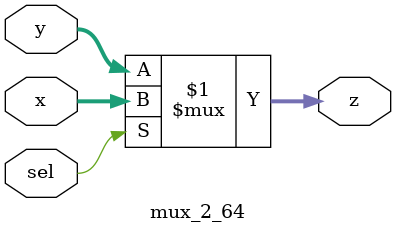
<source format=v>
module  mux_2_64(
    input [63:0]x,//1
    input [63:0]y,//0
    input sel,
    output [63:0]z
);

assign z = sel ? x : y;

endmodule
</source>
